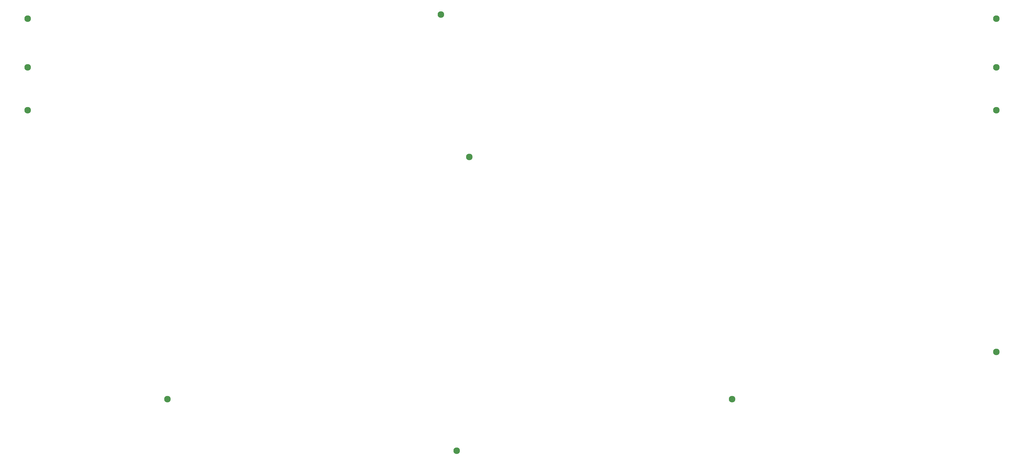
<source format=gts>
G04 #@! TF.GenerationSoftware,KiCad,Pcbnew,(5.1.6)-1*
G04 #@! TF.CreationDate,2020-07-26T17:53:41-05:00*
G04 #@! TF.ProjectId,Bonsai Base Plate,426f6e73-6169-4204-9261-736520506c61,rev?*
G04 #@! TF.SameCoordinates,Original*
G04 #@! TF.FileFunction,Soldermask,Top*
G04 #@! TF.FilePolarity,Negative*
%FSLAX46Y46*%
G04 Gerber Fmt 4.6, Leading zero omitted, Abs format (unit mm)*
G04 Created by KiCad (PCBNEW (5.1.6)-1) date 2020-07-26 17:53:41*
%MOMM*%
%LPD*%
G01*
G04 APERTURE LIST*
%ADD10C,2.300000*%
G04 APERTURE END LIST*
D10*
G04 #@! TO.C,H12*
X379609106Y-80151879D03*
G04 #@! TD*
G04 #@! TO.C,H11*
X379609107Y-63151879D03*
G04 #@! TD*
G04 #@! TO.C,H10*
X185813966Y-61651880D03*
G04 #@! TD*
G04 #@! TO.C,H9*
X41609105Y-80151879D03*
G04 #@! TD*
G04 #@! TO.C,H8*
X41609107Y-63151879D03*
G04 #@! TD*
G04 #@! TO.C,H7*
X287350467Y-196151880D03*
G04 #@! TD*
G04 #@! TO.C,H6*
X379609105Y-179642799D03*
G04 #@! TD*
G04 #@! TO.C,H5*
X379609108Y-95151879D03*
G04 #@! TD*
G04 #@! TO.C,H4*
X191302905Y-214151879D03*
G04 #@! TD*
G04 #@! TO.C,H3*
X195719966Y-111446339D03*
G04 #@! TD*
G04 #@! TO.C,H2*
X90376005Y-196151880D03*
G04 #@! TD*
G04 #@! TO.C,H1*
X41609106Y-95151881D03*
G04 #@! TD*
M02*

</source>
